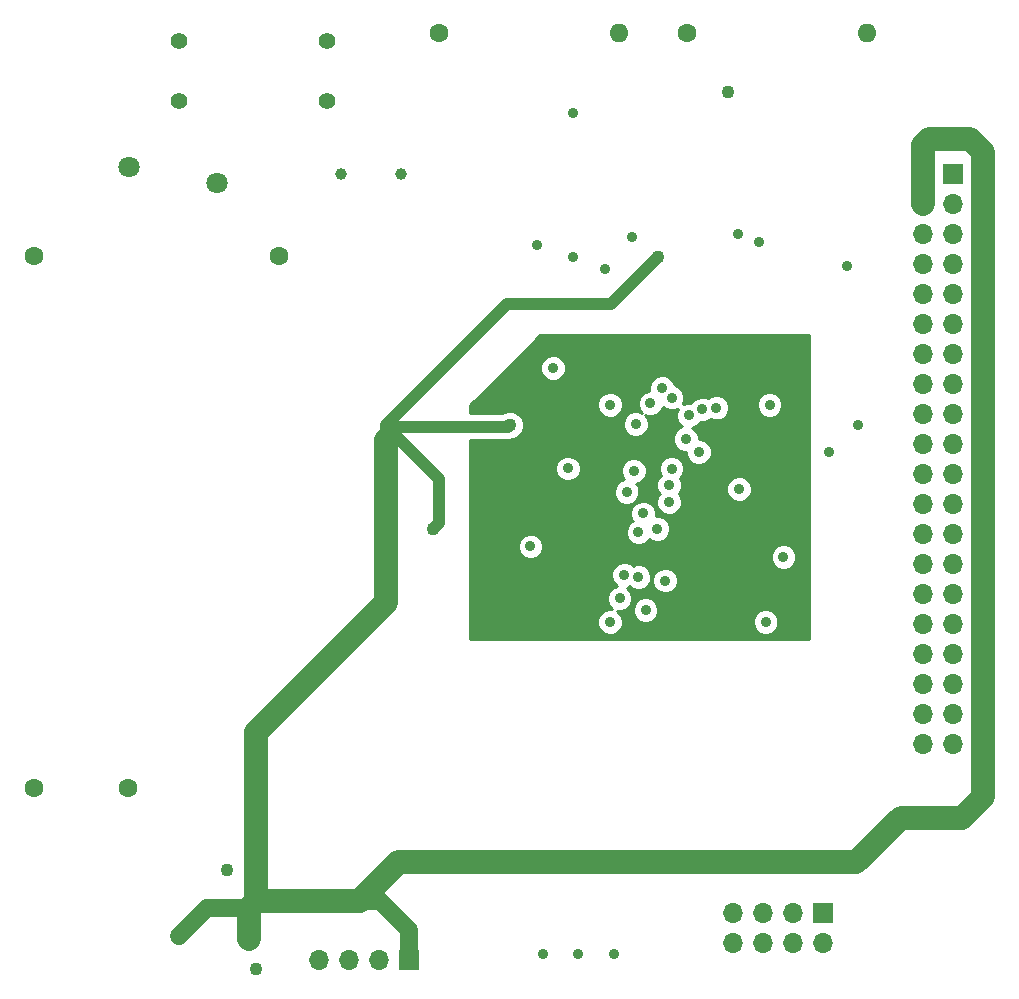
<source format=gbr>
G04 #@! TF.FileFunction,Copper,L3,Inr,Plane*
%FSLAX46Y46*%
G04 Gerber Fmt 4.6, Leading zero omitted, Abs format (unit mm)*
G04 Created by KiCad (PCBNEW 4.0.7) date Wed May 16 13:21:29 2018*
%MOMM*%
%LPD*%
G01*
G04 APERTURE LIST*
%ADD10C,0.100000*%
%ADD11C,1.800000*%
%ADD12C,1.000000*%
%ADD13C,1.400000*%
%ADD14R,1.700000X1.700000*%
%ADD15O,1.700000X1.700000*%
%ADD16C,1.600000*%
%ADD17O,1.600000X1.600000*%
%ADD18C,0.900000*%
%ADD19C,1.100000*%
%ADD20C,2.000000*%
%ADD21C,1.500000*%
%ADD22C,1.000000*%
%ADD23C,0.254000*%
G04 APERTURE END LIST*
D10*
D11*
X115750000Y-89250000D03*
X108250000Y-87850000D03*
D12*
X131290000Y-88500000D03*
X126210000Y-88500000D03*
D13*
X125000000Y-82290000D03*
X125000000Y-77210000D03*
X112500000Y-82290000D03*
X112500000Y-77210000D03*
D14*
X132000000Y-155000000D03*
D15*
X129460000Y-155000000D03*
X126920000Y-155000000D03*
X124380000Y-155000000D03*
D16*
X155500000Y-76500000D03*
D17*
X170740000Y-76500000D03*
D16*
X134500000Y-76500000D03*
D17*
X149740000Y-76500000D03*
D14*
X167000000Y-151000000D03*
D15*
X167000000Y-153540000D03*
X164460000Y-151000000D03*
X164460000Y-153540000D03*
X161920000Y-151000000D03*
X161920000Y-153540000D03*
X159380000Y-151000000D03*
X159380000Y-153540000D03*
D14*
X178000000Y-88500000D03*
D15*
X175460000Y-88500000D03*
X178000000Y-91040000D03*
X175460000Y-91040000D03*
X178000000Y-93580000D03*
X175460000Y-93580000D03*
X178000000Y-96120000D03*
X175460000Y-96120000D03*
X178000000Y-98660000D03*
X175460000Y-98660000D03*
X178000000Y-101200000D03*
X175460000Y-101200000D03*
X178000000Y-103740000D03*
X175460000Y-103740000D03*
X178000000Y-106280000D03*
X175460000Y-106280000D03*
X178000000Y-108820000D03*
X175460000Y-108820000D03*
X178000000Y-111360000D03*
X175460000Y-111360000D03*
X178000000Y-113900000D03*
X175460000Y-113900000D03*
X178000000Y-116440000D03*
X175460000Y-116440000D03*
X178000000Y-118980000D03*
X175460000Y-118980000D03*
X178000000Y-121520000D03*
X175460000Y-121520000D03*
X178000000Y-124060000D03*
X175460000Y-124060000D03*
X178000000Y-126600000D03*
X175460000Y-126600000D03*
X178000000Y-129140000D03*
X175460000Y-129140000D03*
X178000000Y-131680000D03*
X175460000Y-131680000D03*
X178000000Y-134220000D03*
X175460000Y-134220000D03*
X178000000Y-136760000D03*
X175460000Y-136760000D03*
D16*
X108200000Y-140450000D03*
X100200000Y-140450000D03*
X121000000Y-95450000D03*
X100200000Y-95450000D03*
D18*
X145900000Y-83300000D03*
D19*
X159000000Y-81500000D03*
X119000000Y-155750000D03*
D18*
X142830000Y-94510000D03*
X145830000Y-95510000D03*
X148580000Y-96510000D03*
X150830000Y-93760000D03*
X169080000Y-96260000D03*
X161580000Y-94260000D03*
X159830000Y-93510000D03*
D19*
X116600000Y-147400000D03*
D18*
X149000000Y-108000000D03*
X154000000Y-114800000D03*
X142250000Y-120000000D03*
X163670000Y-120890000D03*
X162170000Y-126390000D03*
X143300000Y-154500000D03*
X149300000Y-154500000D03*
X146300000Y-154500000D03*
X145420000Y-113390000D03*
X152420000Y-107890000D03*
X144170000Y-104890000D03*
X159920000Y-115140000D03*
X153670000Y-122890000D03*
X157200000Y-124300000D03*
X164400000Y-102900000D03*
X155600000Y-122800000D03*
X143000000Y-118000000D03*
X156420000Y-119890000D03*
X153420000Y-109890000D03*
X147920000Y-111390000D03*
X158170000Y-113640000D03*
D19*
X112500000Y-153000000D03*
X118400000Y-153200000D03*
X140500000Y-109750000D03*
X134000000Y-118500000D03*
X153080000Y-95510000D03*
D18*
X143250000Y-146750000D03*
X153400000Y-106600000D03*
X150400000Y-115400000D03*
X152000000Y-125400000D03*
X151800000Y-117200000D03*
X151400000Y-118800000D03*
X151400000Y-122600000D03*
X149800000Y-124400000D03*
X150200000Y-122400000D03*
X151170000Y-109640000D03*
X170000000Y-109750000D03*
X167500000Y-112000000D03*
X149000000Y-126400000D03*
X154000000Y-116250000D03*
X162500000Y-108000000D03*
X153000000Y-118500000D03*
X154200000Y-113400000D03*
X158000000Y-108250000D03*
X156800000Y-108400000D03*
X156500000Y-112000000D03*
X155400000Y-110900000D03*
X155700000Y-108900000D03*
X154200000Y-107400000D03*
X151000000Y-113600000D03*
D20*
X180600000Y-92200000D02*
X180600000Y-86600000D01*
X175460000Y-86040000D02*
X175460000Y-91040000D01*
X176000000Y-85500000D02*
X175460000Y-86040000D01*
X179500000Y-85500000D02*
X176000000Y-85500000D01*
X180600000Y-86600000D02*
X179500000Y-85500000D01*
D21*
X114900000Y-150600000D02*
X118400000Y-150600000D01*
X112500000Y-153000000D02*
X114900000Y-150600000D01*
D20*
X118400000Y-153200000D02*
X118400000Y-150600000D01*
X118400000Y-150600000D02*
X119000000Y-150000000D01*
D22*
X134500000Y-118000000D02*
X134000000Y-118500000D01*
D21*
X127700000Y-150000000D02*
X129500000Y-150000000D01*
X132000000Y-152500000D02*
X132000000Y-155000000D01*
X129500000Y-150000000D02*
X132000000Y-152500000D01*
D22*
X130000000Y-109750000D02*
X140250000Y-99500000D01*
X130000000Y-109750000D02*
X130125000Y-109875000D01*
X130000000Y-111000000D02*
X130000000Y-109750000D01*
X130125000Y-109875000D02*
X140375000Y-109875000D01*
X140375000Y-109875000D02*
X140500000Y-109750000D01*
X134500000Y-114250000D02*
X134500000Y-118000000D01*
X130125000Y-109875000D02*
X134500000Y-114250000D01*
X130000000Y-124750000D02*
X130000000Y-111000000D01*
X119000000Y-150000000D02*
X119000000Y-135750000D01*
X140250000Y-99500000D02*
X149090000Y-99500000D01*
X149090000Y-99500000D02*
X153080000Y-95510000D01*
D20*
X130000000Y-124750000D02*
X130000000Y-111000000D01*
X119000000Y-135750000D02*
X130000000Y-124750000D01*
X143250000Y-146750000D02*
X169850000Y-146750000D01*
X169850000Y-146750000D02*
X173600000Y-143000000D01*
X119000000Y-150000000D02*
X127700000Y-150000000D01*
X127700000Y-150000000D02*
X127800000Y-150000000D01*
X127800000Y-150000000D02*
X131050000Y-146750000D01*
X131050000Y-146750000D02*
X143250000Y-146750000D01*
X119000000Y-150000000D02*
X119000000Y-135750000D01*
D22*
X167600000Y-146750000D02*
X169850000Y-146750000D01*
X169850000Y-146750000D02*
X173600000Y-143000000D01*
X143250000Y-146750000D02*
X164200000Y-146750000D01*
X164200000Y-146750000D02*
X167600000Y-146750000D01*
X167600000Y-146750000D02*
X167650000Y-146750000D01*
X131050000Y-146750000D02*
X143250000Y-146750000D01*
X127800000Y-150000000D02*
X131050000Y-146750000D01*
D20*
X173600000Y-143000000D02*
X178800000Y-143000000D01*
X178800000Y-143000000D02*
X180600000Y-141200000D01*
X180600000Y-141200000D02*
X180600000Y-92200000D01*
D22*
X180600000Y-141200000D02*
X180600000Y-92200000D01*
X178800000Y-143000000D02*
X180600000Y-141200000D01*
X173600000Y-143000000D02*
X178800000Y-143000000D01*
D23*
G36*
X165873000Y-127873000D02*
X137127000Y-127873000D01*
X137127000Y-126614873D01*
X147914812Y-126614873D01*
X148079646Y-127013800D01*
X148384595Y-127319282D01*
X148783233Y-127484811D01*
X149214873Y-127485188D01*
X149613800Y-127320354D01*
X149919282Y-127015405D01*
X150084811Y-126616767D01*
X150084821Y-126604873D01*
X161084812Y-126604873D01*
X161249646Y-127003800D01*
X161554595Y-127309282D01*
X161953233Y-127474811D01*
X162384873Y-127475188D01*
X162783800Y-127310354D01*
X163089282Y-127005405D01*
X163254811Y-126606767D01*
X163255188Y-126175127D01*
X163090354Y-125776200D01*
X162785405Y-125470718D01*
X162386767Y-125305189D01*
X161955127Y-125304812D01*
X161556200Y-125469646D01*
X161250718Y-125774595D01*
X161085189Y-126173233D01*
X161084812Y-126604873D01*
X150084821Y-126604873D01*
X150085188Y-126185127D01*
X149920354Y-125786200D01*
X149749326Y-125614873D01*
X150914812Y-125614873D01*
X151079646Y-126013800D01*
X151384595Y-126319282D01*
X151783233Y-126484811D01*
X152214873Y-126485188D01*
X152613800Y-126320354D01*
X152919282Y-126015405D01*
X153084811Y-125616767D01*
X153085188Y-125185127D01*
X152920354Y-124786200D01*
X152615405Y-124480718D01*
X152216767Y-124315189D01*
X151785127Y-124314812D01*
X151386200Y-124479646D01*
X151080718Y-124784595D01*
X150915189Y-125183233D01*
X150914812Y-125614873D01*
X149749326Y-125614873D01*
X149619522Y-125484843D01*
X150014873Y-125485188D01*
X150413800Y-125320354D01*
X150719282Y-125015405D01*
X150884811Y-124616767D01*
X150885188Y-124185127D01*
X150720354Y-123786200D01*
X150418409Y-123483727D01*
X150652532Y-123386989D01*
X150784595Y-123519282D01*
X151183233Y-123684811D01*
X151614873Y-123685188D01*
X152013800Y-123520354D01*
X152319282Y-123215405D01*
X152365178Y-123104873D01*
X152584812Y-123104873D01*
X152749646Y-123503800D01*
X153054595Y-123809282D01*
X153453233Y-123974811D01*
X153884873Y-123975188D01*
X154283800Y-123810354D01*
X154589282Y-123505405D01*
X154754811Y-123106767D01*
X154755188Y-122675127D01*
X154590354Y-122276200D01*
X154285405Y-121970718D01*
X153886767Y-121805189D01*
X153455127Y-121804812D01*
X153056200Y-121969646D01*
X152750718Y-122274595D01*
X152585189Y-122673233D01*
X152584812Y-123104873D01*
X152365178Y-123104873D01*
X152484811Y-122816767D01*
X152485188Y-122385127D01*
X152320354Y-121986200D01*
X152015405Y-121680718D01*
X151616767Y-121515189D01*
X151185127Y-121514812D01*
X150947468Y-121613011D01*
X150815405Y-121480718D01*
X150416767Y-121315189D01*
X149985127Y-121314812D01*
X149586200Y-121479646D01*
X149280718Y-121784595D01*
X149115189Y-122183233D01*
X149114812Y-122614873D01*
X149279646Y-123013800D01*
X149581591Y-123316273D01*
X149186200Y-123479646D01*
X148880718Y-123784595D01*
X148715189Y-124183233D01*
X148714812Y-124614873D01*
X148879646Y-125013800D01*
X149180478Y-125315157D01*
X148785127Y-125314812D01*
X148386200Y-125479646D01*
X148080718Y-125784595D01*
X147915189Y-126183233D01*
X147914812Y-126614873D01*
X137127000Y-126614873D01*
X137127000Y-121104873D01*
X162584812Y-121104873D01*
X162749646Y-121503800D01*
X163054595Y-121809282D01*
X163453233Y-121974811D01*
X163884873Y-121975188D01*
X164283800Y-121810354D01*
X164589282Y-121505405D01*
X164754811Y-121106767D01*
X164755188Y-120675127D01*
X164590354Y-120276200D01*
X164285405Y-119970718D01*
X163886767Y-119805189D01*
X163455127Y-119804812D01*
X163056200Y-119969646D01*
X162750718Y-120274595D01*
X162585189Y-120673233D01*
X162584812Y-121104873D01*
X137127000Y-121104873D01*
X137127000Y-120214873D01*
X141164812Y-120214873D01*
X141329646Y-120613800D01*
X141634595Y-120919282D01*
X142033233Y-121084811D01*
X142464873Y-121085188D01*
X142863800Y-120920354D01*
X143169282Y-120615405D01*
X143334811Y-120216767D01*
X143335188Y-119785127D01*
X143170354Y-119386200D01*
X142865405Y-119080718D01*
X142706833Y-119014873D01*
X150314812Y-119014873D01*
X150479646Y-119413800D01*
X150784595Y-119719282D01*
X151183233Y-119884811D01*
X151614873Y-119885188D01*
X152013800Y-119720354D01*
X152319282Y-119415405D01*
X152337332Y-119371936D01*
X152384595Y-119419282D01*
X152783233Y-119584811D01*
X153214873Y-119585188D01*
X153613800Y-119420354D01*
X153919282Y-119115405D01*
X154084811Y-118716767D01*
X154085188Y-118285127D01*
X153920354Y-117886200D01*
X153615405Y-117580718D01*
X153216767Y-117415189D01*
X152884813Y-117414899D01*
X152885188Y-116985127D01*
X152720354Y-116586200D01*
X152415405Y-116280718D01*
X152016767Y-116115189D01*
X151585127Y-116114812D01*
X151186200Y-116279646D01*
X150880718Y-116584595D01*
X150715189Y-116983233D01*
X150714812Y-117414873D01*
X150879646Y-117813800D01*
X150898894Y-117833082D01*
X150786200Y-117879646D01*
X150480718Y-118184595D01*
X150315189Y-118583233D01*
X150314812Y-119014873D01*
X142706833Y-119014873D01*
X142466767Y-118915189D01*
X142035127Y-118914812D01*
X141636200Y-119079646D01*
X141330718Y-119384595D01*
X141165189Y-119783233D01*
X141164812Y-120214873D01*
X137127000Y-120214873D01*
X137127000Y-115614873D01*
X149314812Y-115614873D01*
X149479646Y-116013800D01*
X149784595Y-116319282D01*
X150183233Y-116484811D01*
X150614873Y-116485188D01*
X151013800Y-116320354D01*
X151319282Y-116015405D01*
X151484811Y-115616767D01*
X151485188Y-115185127D01*
X151414841Y-115014873D01*
X152914812Y-115014873D01*
X153079646Y-115413800D01*
X153190578Y-115524926D01*
X153080718Y-115634595D01*
X152915189Y-116033233D01*
X152914812Y-116464873D01*
X153079646Y-116863800D01*
X153384595Y-117169282D01*
X153783233Y-117334811D01*
X154214873Y-117335188D01*
X154613800Y-117170354D01*
X154919282Y-116865405D01*
X155084811Y-116466767D01*
X155085188Y-116035127D01*
X154920354Y-115636200D01*
X154809422Y-115525074D01*
X154919282Y-115415405D01*
X154944417Y-115354873D01*
X158834812Y-115354873D01*
X158999646Y-115753800D01*
X159304595Y-116059282D01*
X159703233Y-116224811D01*
X160134873Y-116225188D01*
X160533800Y-116060354D01*
X160839282Y-115755405D01*
X161004811Y-115356767D01*
X161005188Y-114925127D01*
X160840354Y-114526200D01*
X160535405Y-114220718D01*
X160136767Y-114055189D01*
X159705127Y-114054812D01*
X159306200Y-114219646D01*
X159000718Y-114524595D01*
X158835189Y-114923233D01*
X158834812Y-115354873D01*
X154944417Y-115354873D01*
X155084811Y-115016767D01*
X155085188Y-114585127D01*
X154928482Y-114205872D01*
X155119282Y-114015405D01*
X155284811Y-113616767D01*
X155285188Y-113185127D01*
X155120354Y-112786200D01*
X154815405Y-112480718D01*
X154416767Y-112315189D01*
X153985127Y-112314812D01*
X153586200Y-112479646D01*
X153280718Y-112784595D01*
X153115189Y-113183233D01*
X153114812Y-113614873D01*
X153271518Y-113994128D01*
X153080718Y-114184595D01*
X152915189Y-114583233D01*
X152914812Y-115014873D01*
X151414841Y-115014873D01*
X151320354Y-114786200D01*
X151218162Y-114683829D01*
X151613800Y-114520354D01*
X151919282Y-114215405D01*
X152084811Y-113816767D01*
X152085188Y-113385127D01*
X151920354Y-112986200D01*
X151615405Y-112680718D01*
X151216767Y-112515189D01*
X150785127Y-112514812D01*
X150386200Y-112679646D01*
X150080718Y-112984595D01*
X149915189Y-113383233D01*
X149914812Y-113814873D01*
X150079646Y-114213800D01*
X150181838Y-114316171D01*
X149786200Y-114479646D01*
X149480718Y-114784595D01*
X149315189Y-115183233D01*
X149314812Y-115614873D01*
X137127000Y-115614873D01*
X137127000Y-113604873D01*
X144334812Y-113604873D01*
X144499646Y-114003800D01*
X144804595Y-114309282D01*
X145203233Y-114474811D01*
X145634873Y-114475188D01*
X146033800Y-114310354D01*
X146339282Y-114005405D01*
X146504811Y-113606767D01*
X146505188Y-113175127D01*
X146340354Y-112776200D01*
X146035405Y-112470718D01*
X145636767Y-112305189D01*
X145205127Y-112304812D01*
X144806200Y-112469646D01*
X144500718Y-112774595D01*
X144335189Y-113173233D01*
X144334812Y-113604873D01*
X137127000Y-113604873D01*
X137127000Y-111010000D01*
X140375000Y-111010000D01*
X140809346Y-110923603D01*
X140884839Y-110873160D01*
X141170372Y-110755180D01*
X141504009Y-110422125D01*
X141684794Y-109986745D01*
X141684909Y-109854873D01*
X150084812Y-109854873D01*
X150249646Y-110253800D01*
X150554595Y-110559282D01*
X150953233Y-110724811D01*
X151384873Y-110725188D01*
X151783800Y-110560354D01*
X152089282Y-110255405D01*
X152254811Y-109856767D01*
X152255188Y-109425127D01*
X152090354Y-109026200D01*
X151922820Y-108858373D01*
X152203233Y-108974811D01*
X152634873Y-108975188D01*
X153033800Y-108810354D01*
X153339282Y-108505405D01*
X153465928Y-108200408D01*
X153584595Y-108319282D01*
X153983233Y-108484811D01*
X154414873Y-108485188D01*
X154755943Y-108344260D01*
X154615189Y-108683233D01*
X154614812Y-109114873D01*
X154779646Y-109513800D01*
X155084595Y-109819282D01*
X155129341Y-109837862D01*
X154786200Y-109979646D01*
X154480718Y-110284595D01*
X154315189Y-110683233D01*
X154314812Y-111114873D01*
X154479646Y-111513800D01*
X154784595Y-111819282D01*
X155183233Y-111984811D01*
X155415013Y-111985013D01*
X155414812Y-112214873D01*
X155579646Y-112613800D01*
X155884595Y-112919282D01*
X156283233Y-113084811D01*
X156714873Y-113085188D01*
X157113800Y-112920354D01*
X157419282Y-112615405D01*
X157584811Y-112216767D01*
X157585188Y-111785127D01*
X157420354Y-111386200D01*
X157115405Y-111080718D01*
X156716767Y-110915189D01*
X156484987Y-110914987D01*
X156485188Y-110685127D01*
X156320354Y-110286200D01*
X156015405Y-109980718D01*
X155970659Y-109962138D01*
X156313800Y-109820354D01*
X156619282Y-109515405D01*
X156631968Y-109484854D01*
X157014873Y-109485188D01*
X157413800Y-109320354D01*
X157512099Y-109222226D01*
X157783233Y-109334811D01*
X158214873Y-109335188D01*
X158613800Y-109170354D01*
X158919282Y-108865405D01*
X159084811Y-108466767D01*
X159085031Y-108214873D01*
X161414812Y-108214873D01*
X161579646Y-108613800D01*
X161884595Y-108919282D01*
X162283233Y-109084811D01*
X162714873Y-109085188D01*
X163113800Y-108920354D01*
X163419282Y-108615405D01*
X163584811Y-108216767D01*
X163585188Y-107785127D01*
X163420354Y-107386200D01*
X163115405Y-107080718D01*
X162716767Y-106915189D01*
X162285127Y-106914812D01*
X161886200Y-107079646D01*
X161580718Y-107384595D01*
X161415189Y-107783233D01*
X161414812Y-108214873D01*
X159085031Y-108214873D01*
X159085188Y-108035127D01*
X158920354Y-107636200D01*
X158615405Y-107330718D01*
X158216767Y-107165189D01*
X157785127Y-107164812D01*
X157386200Y-107329646D01*
X157287901Y-107427774D01*
X157016767Y-107315189D01*
X156585127Y-107314812D01*
X156186200Y-107479646D01*
X155880718Y-107784595D01*
X155868032Y-107815146D01*
X155485127Y-107814812D01*
X155144057Y-107955740D01*
X155284811Y-107616767D01*
X155285188Y-107185127D01*
X155120354Y-106786200D01*
X154815405Y-106480718D01*
X154464476Y-106334999D01*
X154320354Y-105986200D01*
X154015405Y-105680718D01*
X153616767Y-105515189D01*
X153185127Y-105514812D01*
X152786200Y-105679646D01*
X152480718Y-105984595D01*
X152315189Y-106383233D01*
X152314821Y-106804908D01*
X152205127Y-106804812D01*
X151806200Y-106969646D01*
X151500718Y-107274595D01*
X151335189Y-107673233D01*
X151334812Y-108104873D01*
X151499646Y-108503800D01*
X151667180Y-108671627D01*
X151386767Y-108555189D01*
X150955127Y-108554812D01*
X150556200Y-108719646D01*
X150250718Y-109024595D01*
X150085189Y-109423233D01*
X150084812Y-109854873D01*
X141684909Y-109854873D01*
X141685206Y-109515323D01*
X141505180Y-109079628D01*
X141172125Y-108745991D01*
X140736745Y-108565206D01*
X140265323Y-108564794D01*
X139841293Y-108740000D01*
X137127000Y-108740000D01*
X137127000Y-108214873D01*
X147914812Y-108214873D01*
X148079646Y-108613800D01*
X148384595Y-108919282D01*
X148783233Y-109084811D01*
X149214873Y-109085188D01*
X149613800Y-108920354D01*
X149919282Y-108615405D01*
X150084811Y-108216767D01*
X150085188Y-107785127D01*
X149920354Y-107386200D01*
X149615405Y-107080718D01*
X149216767Y-106915189D01*
X148785127Y-106914812D01*
X148386200Y-107079646D01*
X148080718Y-107384595D01*
X147915189Y-107783233D01*
X147914812Y-108214873D01*
X137127000Y-108214873D01*
X137127000Y-108052606D01*
X140074733Y-105104873D01*
X143084812Y-105104873D01*
X143249646Y-105503800D01*
X143554595Y-105809282D01*
X143953233Y-105974811D01*
X144384873Y-105975188D01*
X144783800Y-105810354D01*
X145089282Y-105505405D01*
X145254811Y-105106767D01*
X145255188Y-104675127D01*
X145090354Y-104276200D01*
X144785405Y-103970718D01*
X144386767Y-103805189D01*
X143955127Y-103804812D01*
X143556200Y-103969646D01*
X143250718Y-104274595D01*
X143085189Y-104673233D01*
X143084812Y-105104873D01*
X140074733Y-105104873D01*
X143052606Y-102127000D01*
X165873000Y-102127000D01*
X165873000Y-127873000D01*
X165873000Y-127873000D01*
G37*
X165873000Y-127873000D02*
X137127000Y-127873000D01*
X137127000Y-126614873D01*
X147914812Y-126614873D01*
X148079646Y-127013800D01*
X148384595Y-127319282D01*
X148783233Y-127484811D01*
X149214873Y-127485188D01*
X149613800Y-127320354D01*
X149919282Y-127015405D01*
X150084811Y-126616767D01*
X150084821Y-126604873D01*
X161084812Y-126604873D01*
X161249646Y-127003800D01*
X161554595Y-127309282D01*
X161953233Y-127474811D01*
X162384873Y-127475188D01*
X162783800Y-127310354D01*
X163089282Y-127005405D01*
X163254811Y-126606767D01*
X163255188Y-126175127D01*
X163090354Y-125776200D01*
X162785405Y-125470718D01*
X162386767Y-125305189D01*
X161955127Y-125304812D01*
X161556200Y-125469646D01*
X161250718Y-125774595D01*
X161085189Y-126173233D01*
X161084812Y-126604873D01*
X150084821Y-126604873D01*
X150085188Y-126185127D01*
X149920354Y-125786200D01*
X149749326Y-125614873D01*
X150914812Y-125614873D01*
X151079646Y-126013800D01*
X151384595Y-126319282D01*
X151783233Y-126484811D01*
X152214873Y-126485188D01*
X152613800Y-126320354D01*
X152919282Y-126015405D01*
X153084811Y-125616767D01*
X153085188Y-125185127D01*
X152920354Y-124786200D01*
X152615405Y-124480718D01*
X152216767Y-124315189D01*
X151785127Y-124314812D01*
X151386200Y-124479646D01*
X151080718Y-124784595D01*
X150915189Y-125183233D01*
X150914812Y-125614873D01*
X149749326Y-125614873D01*
X149619522Y-125484843D01*
X150014873Y-125485188D01*
X150413800Y-125320354D01*
X150719282Y-125015405D01*
X150884811Y-124616767D01*
X150885188Y-124185127D01*
X150720354Y-123786200D01*
X150418409Y-123483727D01*
X150652532Y-123386989D01*
X150784595Y-123519282D01*
X151183233Y-123684811D01*
X151614873Y-123685188D01*
X152013800Y-123520354D01*
X152319282Y-123215405D01*
X152365178Y-123104873D01*
X152584812Y-123104873D01*
X152749646Y-123503800D01*
X153054595Y-123809282D01*
X153453233Y-123974811D01*
X153884873Y-123975188D01*
X154283800Y-123810354D01*
X154589282Y-123505405D01*
X154754811Y-123106767D01*
X154755188Y-122675127D01*
X154590354Y-122276200D01*
X154285405Y-121970718D01*
X153886767Y-121805189D01*
X153455127Y-121804812D01*
X153056200Y-121969646D01*
X152750718Y-122274595D01*
X152585189Y-122673233D01*
X152584812Y-123104873D01*
X152365178Y-123104873D01*
X152484811Y-122816767D01*
X152485188Y-122385127D01*
X152320354Y-121986200D01*
X152015405Y-121680718D01*
X151616767Y-121515189D01*
X151185127Y-121514812D01*
X150947468Y-121613011D01*
X150815405Y-121480718D01*
X150416767Y-121315189D01*
X149985127Y-121314812D01*
X149586200Y-121479646D01*
X149280718Y-121784595D01*
X149115189Y-122183233D01*
X149114812Y-122614873D01*
X149279646Y-123013800D01*
X149581591Y-123316273D01*
X149186200Y-123479646D01*
X148880718Y-123784595D01*
X148715189Y-124183233D01*
X148714812Y-124614873D01*
X148879646Y-125013800D01*
X149180478Y-125315157D01*
X148785127Y-125314812D01*
X148386200Y-125479646D01*
X148080718Y-125784595D01*
X147915189Y-126183233D01*
X147914812Y-126614873D01*
X137127000Y-126614873D01*
X137127000Y-121104873D01*
X162584812Y-121104873D01*
X162749646Y-121503800D01*
X163054595Y-121809282D01*
X163453233Y-121974811D01*
X163884873Y-121975188D01*
X164283800Y-121810354D01*
X164589282Y-121505405D01*
X164754811Y-121106767D01*
X164755188Y-120675127D01*
X164590354Y-120276200D01*
X164285405Y-119970718D01*
X163886767Y-119805189D01*
X163455127Y-119804812D01*
X163056200Y-119969646D01*
X162750718Y-120274595D01*
X162585189Y-120673233D01*
X162584812Y-121104873D01*
X137127000Y-121104873D01*
X137127000Y-120214873D01*
X141164812Y-120214873D01*
X141329646Y-120613800D01*
X141634595Y-120919282D01*
X142033233Y-121084811D01*
X142464873Y-121085188D01*
X142863800Y-120920354D01*
X143169282Y-120615405D01*
X143334811Y-120216767D01*
X143335188Y-119785127D01*
X143170354Y-119386200D01*
X142865405Y-119080718D01*
X142706833Y-119014873D01*
X150314812Y-119014873D01*
X150479646Y-119413800D01*
X150784595Y-119719282D01*
X151183233Y-119884811D01*
X151614873Y-119885188D01*
X152013800Y-119720354D01*
X152319282Y-119415405D01*
X152337332Y-119371936D01*
X152384595Y-119419282D01*
X152783233Y-119584811D01*
X153214873Y-119585188D01*
X153613800Y-119420354D01*
X153919282Y-119115405D01*
X154084811Y-118716767D01*
X154085188Y-118285127D01*
X153920354Y-117886200D01*
X153615405Y-117580718D01*
X153216767Y-117415189D01*
X152884813Y-117414899D01*
X152885188Y-116985127D01*
X152720354Y-116586200D01*
X152415405Y-116280718D01*
X152016767Y-116115189D01*
X151585127Y-116114812D01*
X151186200Y-116279646D01*
X150880718Y-116584595D01*
X150715189Y-116983233D01*
X150714812Y-117414873D01*
X150879646Y-117813800D01*
X150898894Y-117833082D01*
X150786200Y-117879646D01*
X150480718Y-118184595D01*
X150315189Y-118583233D01*
X150314812Y-119014873D01*
X142706833Y-119014873D01*
X142466767Y-118915189D01*
X142035127Y-118914812D01*
X141636200Y-119079646D01*
X141330718Y-119384595D01*
X141165189Y-119783233D01*
X141164812Y-120214873D01*
X137127000Y-120214873D01*
X137127000Y-115614873D01*
X149314812Y-115614873D01*
X149479646Y-116013800D01*
X149784595Y-116319282D01*
X150183233Y-116484811D01*
X150614873Y-116485188D01*
X151013800Y-116320354D01*
X151319282Y-116015405D01*
X151484811Y-115616767D01*
X151485188Y-115185127D01*
X151414841Y-115014873D01*
X152914812Y-115014873D01*
X153079646Y-115413800D01*
X153190578Y-115524926D01*
X153080718Y-115634595D01*
X152915189Y-116033233D01*
X152914812Y-116464873D01*
X153079646Y-116863800D01*
X153384595Y-117169282D01*
X153783233Y-117334811D01*
X154214873Y-117335188D01*
X154613800Y-117170354D01*
X154919282Y-116865405D01*
X155084811Y-116466767D01*
X155085188Y-116035127D01*
X154920354Y-115636200D01*
X154809422Y-115525074D01*
X154919282Y-115415405D01*
X154944417Y-115354873D01*
X158834812Y-115354873D01*
X158999646Y-115753800D01*
X159304595Y-116059282D01*
X159703233Y-116224811D01*
X160134873Y-116225188D01*
X160533800Y-116060354D01*
X160839282Y-115755405D01*
X161004811Y-115356767D01*
X161005188Y-114925127D01*
X160840354Y-114526200D01*
X160535405Y-114220718D01*
X160136767Y-114055189D01*
X159705127Y-114054812D01*
X159306200Y-114219646D01*
X159000718Y-114524595D01*
X158835189Y-114923233D01*
X158834812Y-115354873D01*
X154944417Y-115354873D01*
X155084811Y-115016767D01*
X155085188Y-114585127D01*
X154928482Y-114205872D01*
X155119282Y-114015405D01*
X155284811Y-113616767D01*
X155285188Y-113185127D01*
X155120354Y-112786200D01*
X154815405Y-112480718D01*
X154416767Y-112315189D01*
X153985127Y-112314812D01*
X153586200Y-112479646D01*
X153280718Y-112784595D01*
X153115189Y-113183233D01*
X153114812Y-113614873D01*
X153271518Y-113994128D01*
X153080718Y-114184595D01*
X152915189Y-114583233D01*
X152914812Y-115014873D01*
X151414841Y-115014873D01*
X151320354Y-114786200D01*
X151218162Y-114683829D01*
X151613800Y-114520354D01*
X151919282Y-114215405D01*
X152084811Y-113816767D01*
X152085188Y-113385127D01*
X151920354Y-112986200D01*
X151615405Y-112680718D01*
X151216767Y-112515189D01*
X150785127Y-112514812D01*
X150386200Y-112679646D01*
X150080718Y-112984595D01*
X149915189Y-113383233D01*
X149914812Y-113814873D01*
X150079646Y-114213800D01*
X150181838Y-114316171D01*
X149786200Y-114479646D01*
X149480718Y-114784595D01*
X149315189Y-115183233D01*
X149314812Y-115614873D01*
X137127000Y-115614873D01*
X137127000Y-113604873D01*
X144334812Y-113604873D01*
X144499646Y-114003800D01*
X144804595Y-114309282D01*
X145203233Y-114474811D01*
X145634873Y-114475188D01*
X146033800Y-114310354D01*
X146339282Y-114005405D01*
X146504811Y-113606767D01*
X146505188Y-113175127D01*
X146340354Y-112776200D01*
X146035405Y-112470718D01*
X145636767Y-112305189D01*
X145205127Y-112304812D01*
X144806200Y-112469646D01*
X144500718Y-112774595D01*
X144335189Y-113173233D01*
X144334812Y-113604873D01*
X137127000Y-113604873D01*
X137127000Y-111010000D01*
X140375000Y-111010000D01*
X140809346Y-110923603D01*
X140884839Y-110873160D01*
X141170372Y-110755180D01*
X141504009Y-110422125D01*
X141684794Y-109986745D01*
X141684909Y-109854873D01*
X150084812Y-109854873D01*
X150249646Y-110253800D01*
X150554595Y-110559282D01*
X150953233Y-110724811D01*
X151384873Y-110725188D01*
X151783800Y-110560354D01*
X152089282Y-110255405D01*
X152254811Y-109856767D01*
X152255188Y-109425127D01*
X152090354Y-109026200D01*
X151922820Y-108858373D01*
X152203233Y-108974811D01*
X152634873Y-108975188D01*
X153033800Y-108810354D01*
X153339282Y-108505405D01*
X153465928Y-108200408D01*
X153584595Y-108319282D01*
X153983233Y-108484811D01*
X154414873Y-108485188D01*
X154755943Y-108344260D01*
X154615189Y-108683233D01*
X154614812Y-109114873D01*
X154779646Y-109513800D01*
X155084595Y-109819282D01*
X155129341Y-109837862D01*
X154786200Y-109979646D01*
X154480718Y-110284595D01*
X154315189Y-110683233D01*
X154314812Y-111114873D01*
X154479646Y-111513800D01*
X154784595Y-111819282D01*
X155183233Y-111984811D01*
X155415013Y-111985013D01*
X155414812Y-112214873D01*
X155579646Y-112613800D01*
X155884595Y-112919282D01*
X156283233Y-113084811D01*
X156714873Y-113085188D01*
X157113800Y-112920354D01*
X157419282Y-112615405D01*
X157584811Y-112216767D01*
X157585188Y-111785127D01*
X157420354Y-111386200D01*
X157115405Y-111080718D01*
X156716767Y-110915189D01*
X156484987Y-110914987D01*
X156485188Y-110685127D01*
X156320354Y-110286200D01*
X156015405Y-109980718D01*
X155970659Y-109962138D01*
X156313800Y-109820354D01*
X156619282Y-109515405D01*
X156631968Y-109484854D01*
X157014873Y-109485188D01*
X157413800Y-109320354D01*
X157512099Y-109222226D01*
X157783233Y-109334811D01*
X158214873Y-109335188D01*
X158613800Y-109170354D01*
X158919282Y-108865405D01*
X159084811Y-108466767D01*
X159085031Y-108214873D01*
X161414812Y-108214873D01*
X161579646Y-108613800D01*
X161884595Y-108919282D01*
X162283233Y-109084811D01*
X162714873Y-109085188D01*
X163113800Y-108920354D01*
X163419282Y-108615405D01*
X163584811Y-108216767D01*
X163585188Y-107785127D01*
X163420354Y-107386200D01*
X163115405Y-107080718D01*
X162716767Y-106915189D01*
X162285127Y-106914812D01*
X161886200Y-107079646D01*
X161580718Y-107384595D01*
X161415189Y-107783233D01*
X161414812Y-108214873D01*
X159085031Y-108214873D01*
X159085188Y-108035127D01*
X158920354Y-107636200D01*
X158615405Y-107330718D01*
X158216767Y-107165189D01*
X157785127Y-107164812D01*
X157386200Y-107329646D01*
X157287901Y-107427774D01*
X157016767Y-107315189D01*
X156585127Y-107314812D01*
X156186200Y-107479646D01*
X155880718Y-107784595D01*
X155868032Y-107815146D01*
X155485127Y-107814812D01*
X155144057Y-107955740D01*
X155284811Y-107616767D01*
X155285188Y-107185127D01*
X155120354Y-106786200D01*
X154815405Y-106480718D01*
X154464476Y-106334999D01*
X154320354Y-105986200D01*
X154015405Y-105680718D01*
X153616767Y-105515189D01*
X153185127Y-105514812D01*
X152786200Y-105679646D01*
X152480718Y-105984595D01*
X152315189Y-106383233D01*
X152314821Y-106804908D01*
X152205127Y-106804812D01*
X151806200Y-106969646D01*
X151500718Y-107274595D01*
X151335189Y-107673233D01*
X151334812Y-108104873D01*
X151499646Y-108503800D01*
X151667180Y-108671627D01*
X151386767Y-108555189D01*
X150955127Y-108554812D01*
X150556200Y-108719646D01*
X150250718Y-109024595D01*
X150085189Y-109423233D01*
X150084812Y-109854873D01*
X141684909Y-109854873D01*
X141685206Y-109515323D01*
X141505180Y-109079628D01*
X141172125Y-108745991D01*
X140736745Y-108565206D01*
X140265323Y-108564794D01*
X139841293Y-108740000D01*
X137127000Y-108740000D01*
X137127000Y-108214873D01*
X147914812Y-108214873D01*
X148079646Y-108613800D01*
X148384595Y-108919282D01*
X148783233Y-109084811D01*
X149214873Y-109085188D01*
X149613800Y-108920354D01*
X149919282Y-108615405D01*
X150084811Y-108216767D01*
X150085188Y-107785127D01*
X149920354Y-107386200D01*
X149615405Y-107080718D01*
X149216767Y-106915189D01*
X148785127Y-106914812D01*
X148386200Y-107079646D01*
X148080718Y-107384595D01*
X147915189Y-107783233D01*
X147914812Y-108214873D01*
X137127000Y-108214873D01*
X137127000Y-108052606D01*
X140074733Y-105104873D01*
X143084812Y-105104873D01*
X143249646Y-105503800D01*
X143554595Y-105809282D01*
X143953233Y-105974811D01*
X144384873Y-105975188D01*
X144783800Y-105810354D01*
X145089282Y-105505405D01*
X145254811Y-105106767D01*
X145255188Y-104675127D01*
X145090354Y-104276200D01*
X144785405Y-103970718D01*
X144386767Y-103805189D01*
X143955127Y-103804812D01*
X143556200Y-103969646D01*
X143250718Y-104274595D01*
X143085189Y-104673233D01*
X143084812Y-105104873D01*
X140074733Y-105104873D01*
X143052606Y-102127000D01*
X165873000Y-102127000D01*
X165873000Y-127873000D01*
M02*

</source>
